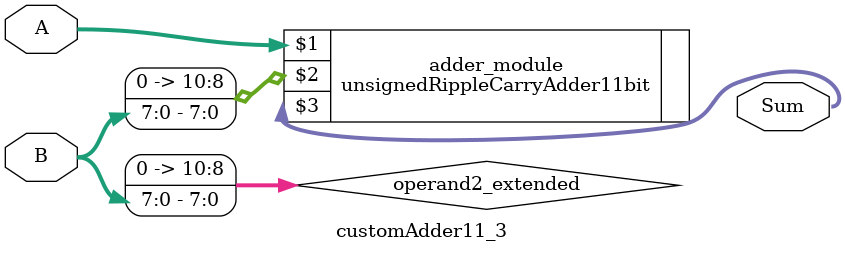
<source format=v>

module customAdder11_3(
                    input [10 : 0] A,
                    input [7 : 0] B,
                    
                    output [11 : 0] Sum
            );

    wire [10 : 0] operand2_extended;
    
    assign operand2_extended =  {3'b0, B};
    
    unsignedRippleCarryAdder11bit adder_module(
        A,
        operand2_extended,
        Sum
    );
    
endmodule
        
</source>
